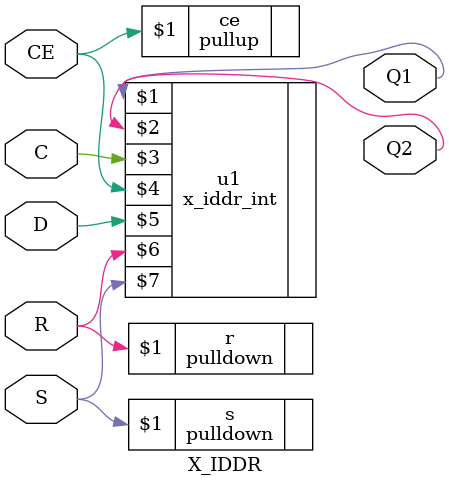
<source format=v>

`timescale  1 ps / 1 ps

module X_IDDR (Q1, Q2, C, CE, D, R, S);

    output Q1;
    output Q2;
    input C;
    input CE;
    input D;
    input R;
    input S;
    parameter DDR_CLK_EDGE = "OPPOSITE_EDGE";    
    parameter INIT_Q1 = 1'b0;
    parameter INIT_Q2 = 1'b0;
    parameter SRTYPE = "SYNC";
    parameter LOC = "UNPLACED";
    pulldown r (R);
    pulldown s (S);
    pullup ce (CE);

    x_iddr_int u1 (Q1, Q2, C, CE, D, R, S);
    defparam u1.DDR_CLK_EDGE = DDR_CLK_EDGE;
    defparam u1.INIT_Q1 = INIT_Q1;
    defparam u1.INIT_Q2 = INIT_Q2;    
    defparam u1.SRTYPE = SRTYPE;
    
endmodule // X_IDDR

</source>
